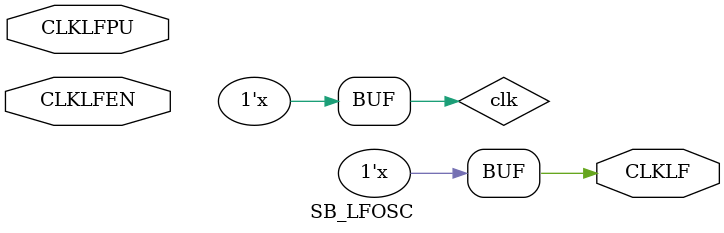
<source format=v>
`timescale 1ns/1ps

module SB_LFOSC( 
	input CLKLFPU, 
	input CLKLFEN, 
	output CLKLF 
); 

reg clk = 0; 
always #50000 clk <= ~clk; 
assign CLKLF = clk; 

endmodule
</source>
